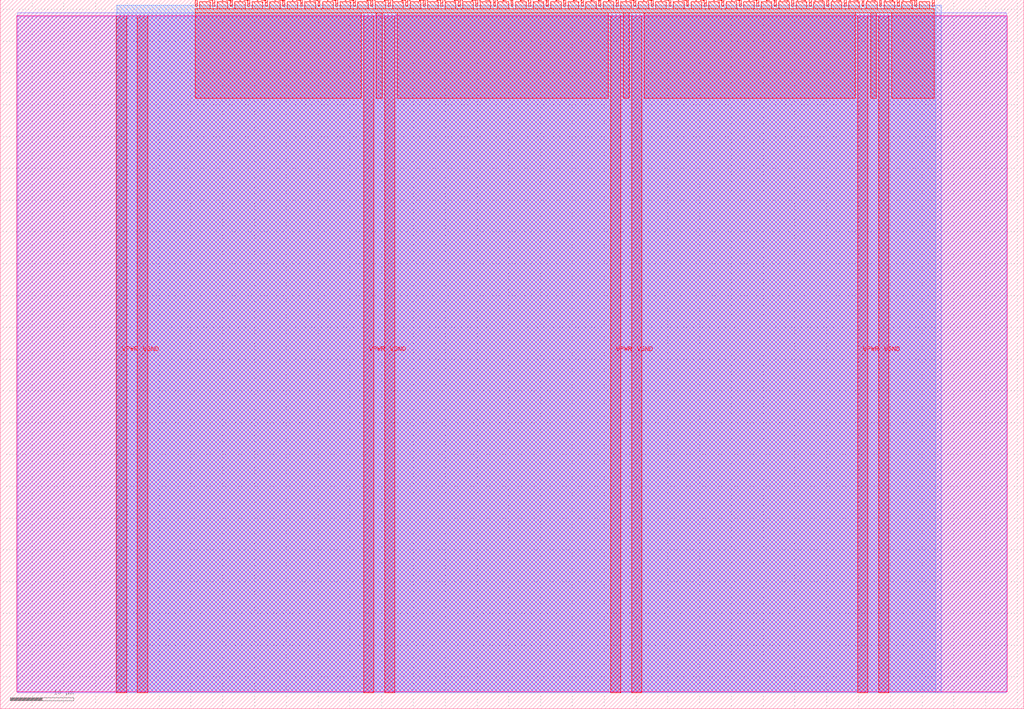
<source format=lef>
VERSION 5.7 ;
  NOWIREEXTENSIONATPIN ON ;
  DIVIDERCHAR "/" ;
  BUSBITCHARS "[]" ;
MACRO tt_um_LFSR_Encrypt
  CLASS BLOCK ;
  FOREIGN tt_um_LFSR_Encrypt ;
  ORIGIN 0.000 0.000 ;
  SIZE 161.000 BY 111.520 ;
  PIN VGND
    DIRECTION INOUT ;
    USE GROUND ;
    PORT
      LAYER met4 ;
        RECT 21.580 2.480 23.180 109.040 ;
    END
    PORT
      LAYER met4 ;
        RECT 60.450 2.480 62.050 109.040 ;
    END
    PORT
      LAYER met4 ;
        RECT 99.320 2.480 100.920 109.040 ;
    END
    PORT
      LAYER met4 ;
        RECT 138.190 2.480 139.790 109.040 ;
    END
  END VGND
  PIN VPWR
    DIRECTION INOUT ;
    USE POWER ;
    PORT
      LAYER met4 ;
        RECT 18.280 2.480 19.880 109.040 ;
    END
    PORT
      LAYER met4 ;
        RECT 57.150 2.480 58.750 109.040 ;
    END
    PORT
      LAYER met4 ;
        RECT 96.020 2.480 97.620 109.040 ;
    END
    PORT
      LAYER met4 ;
        RECT 134.890 2.480 136.490 109.040 ;
    END
  END VPWR
  PIN clk
    DIRECTION INPUT ;
    USE SIGNAL ;
    ANTENNAGATEAREA 0.852000 ;
    PORT
      LAYER met4 ;
        RECT 143.830 110.520 144.130 111.520 ;
    END
  END clk
  PIN ena
    DIRECTION INPUT ;
    USE SIGNAL ;
    ANTENNAGATEAREA 0.159000 ;
    PORT
      LAYER met4 ;
        RECT 146.590 110.520 146.890 111.520 ;
    END
  END ena
  PIN rst_n
    DIRECTION INPUT ;
    USE SIGNAL ;
    ANTENNAGATEAREA 0.213000 ;
    PORT
      LAYER met4 ;
        RECT 141.070 110.520 141.370 111.520 ;
    END
  END rst_n
  PIN ui_in[0]
    DIRECTION INPUT ;
    USE SIGNAL ;
    ANTENNAGATEAREA 0.213000 ;
    PORT
      LAYER met4 ;
        RECT 138.310 110.520 138.610 111.520 ;
    END
  END ui_in[0]
  PIN ui_in[1]
    DIRECTION INPUT ;
    USE SIGNAL ;
    ANTENNAGATEAREA 0.213000 ;
    PORT
      LAYER met4 ;
        RECT 135.550 110.520 135.850 111.520 ;
    END
  END ui_in[1]
  PIN ui_in[2]
    DIRECTION INPUT ;
    USE SIGNAL ;
    ANTENNAGATEAREA 0.213000 ;
    PORT
      LAYER met4 ;
        RECT 132.790 110.520 133.090 111.520 ;
    END
  END ui_in[2]
  PIN ui_in[3]
    DIRECTION INPUT ;
    USE SIGNAL ;
    ANTENNAGATEAREA 0.213000 ;
    PORT
      LAYER met4 ;
        RECT 130.030 110.520 130.330 111.520 ;
    END
  END ui_in[3]
  PIN ui_in[4]
    DIRECTION INPUT ;
    USE SIGNAL ;
    ANTENNAGATEAREA 0.213000 ;
    PORT
      LAYER met4 ;
        RECT 127.270 110.520 127.570 111.520 ;
    END
  END ui_in[4]
  PIN ui_in[5]
    DIRECTION INPUT ;
    USE SIGNAL ;
    ANTENNAGATEAREA 0.213000 ;
    PORT
      LAYER met4 ;
        RECT 124.510 110.520 124.810 111.520 ;
    END
  END ui_in[5]
  PIN ui_in[6]
    DIRECTION INPUT ;
    USE SIGNAL ;
    ANTENNAGATEAREA 0.213000 ;
    PORT
      LAYER met4 ;
        RECT 121.750 110.520 122.050 111.520 ;
    END
  END ui_in[6]
  PIN ui_in[7]
    DIRECTION INPUT ;
    USE SIGNAL ;
    ANTENNAGATEAREA 0.213000 ;
    PORT
      LAYER met4 ;
        RECT 118.990 110.520 119.290 111.520 ;
    END
  END ui_in[7]
  PIN uio_in[0]
    DIRECTION INPUT ;
    USE SIGNAL ;
    PORT
      LAYER met4 ;
        RECT 116.230 110.520 116.530 111.520 ;
    END
  END uio_in[0]
  PIN uio_in[1]
    DIRECTION INPUT ;
    USE SIGNAL ;
    PORT
      LAYER met4 ;
        RECT 113.470 110.520 113.770 111.520 ;
    END
  END uio_in[1]
  PIN uio_in[2]
    DIRECTION INPUT ;
    USE SIGNAL ;
    PORT
      LAYER met4 ;
        RECT 110.710 110.520 111.010 111.520 ;
    END
  END uio_in[2]
  PIN uio_in[3]
    DIRECTION INPUT ;
    USE SIGNAL ;
    PORT
      LAYER met4 ;
        RECT 107.950 110.520 108.250 111.520 ;
    END
  END uio_in[3]
  PIN uio_in[4]
    DIRECTION INPUT ;
    USE SIGNAL ;
    PORT
      LAYER met4 ;
        RECT 105.190 110.520 105.490 111.520 ;
    END
  END uio_in[4]
  PIN uio_in[5]
    DIRECTION INPUT ;
    USE SIGNAL ;
    PORT
      LAYER met4 ;
        RECT 102.430 110.520 102.730 111.520 ;
    END
  END uio_in[5]
  PIN uio_in[6]
    DIRECTION INPUT ;
    USE SIGNAL ;
    PORT
      LAYER met4 ;
        RECT 99.670 110.520 99.970 111.520 ;
    END
  END uio_in[6]
  PIN uio_in[7]
    DIRECTION INPUT ;
    USE SIGNAL ;
    PORT
      LAYER met4 ;
        RECT 96.910 110.520 97.210 111.520 ;
    END
  END uio_in[7]
  PIN uio_oe[0]
    DIRECTION OUTPUT ;
    USE SIGNAL ;
    PORT
      LAYER met4 ;
        RECT 49.990 110.520 50.290 111.520 ;
    END
  END uio_oe[0]
  PIN uio_oe[1]
    DIRECTION OUTPUT ;
    USE SIGNAL ;
    PORT
      LAYER met4 ;
        RECT 47.230 110.520 47.530 111.520 ;
    END
  END uio_oe[1]
  PIN uio_oe[2]
    DIRECTION OUTPUT ;
    USE SIGNAL ;
    PORT
      LAYER met4 ;
        RECT 44.470 110.520 44.770 111.520 ;
    END
  END uio_oe[2]
  PIN uio_oe[3]
    DIRECTION OUTPUT ;
    USE SIGNAL ;
    PORT
      LAYER met4 ;
        RECT 41.710 110.520 42.010 111.520 ;
    END
  END uio_oe[3]
  PIN uio_oe[4]
    DIRECTION OUTPUT ;
    USE SIGNAL ;
    PORT
      LAYER met4 ;
        RECT 38.950 110.520 39.250 111.520 ;
    END
  END uio_oe[4]
  PIN uio_oe[5]
    DIRECTION OUTPUT ;
    USE SIGNAL ;
    PORT
      LAYER met4 ;
        RECT 36.190 110.520 36.490 111.520 ;
    END
  END uio_oe[5]
  PIN uio_oe[6]
    DIRECTION OUTPUT ;
    USE SIGNAL ;
    PORT
      LAYER met4 ;
        RECT 33.430 110.520 33.730 111.520 ;
    END
  END uio_oe[6]
  PIN uio_oe[7]
    DIRECTION OUTPUT ;
    USE SIGNAL ;
    PORT
      LAYER met4 ;
        RECT 30.670 110.520 30.970 111.520 ;
    END
  END uio_oe[7]
  PIN uio_out[0]
    DIRECTION OUTPUT ;
    USE SIGNAL ;
    ANTENNADIFFAREA 0.795200 ;
    PORT
      LAYER met4 ;
        RECT 72.070 110.520 72.370 111.520 ;
    END
  END uio_out[0]
  PIN uio_out[1]
    DIRECTION OUTPUT ;
    USE SIGNAL ;
    ANTENNADIFFAREA 0.795200 ;
    PORT
      LAYER met4 ;
        RECT 69.310 110.520 69.610 111.520 ;
    END
  END uio_out[1]
  PIN uio_out[2]
    DIRECTION OUTPUT ;
    USE SIGNAL ;
    ANTENNADIFFAREA 0.795200 ;
    PORT
      LAYER met4 ;
        RECT 66.550 110.520 66.850 111.520 ;
    END
  END uio_out[2]
  PIN uio_out[3]
    DIRECTION OUTPUT ;
    USE SIGNAL ;
    ANTENNADIFFAREA 0.445500 ;
    PORT
      LAYER met4 ;
        RECT 63.790 110.520 64.090 111.520 ;
    END
  END uio_out[3]
  PIN uio_out[4]
    DIRECTION OUTPUT ;
    USE SIGNAL ;
    ANTENNADIFFAREA 0.445500 ;
    PORT
      LAYER met4 ;
        RECT 61.030 110.520 61.330 111.520 ;
    END
  END uio_out[4]
  PIN uio_out[5]
    DIRECTION OUTPUT ;
    USE SIGNAL ;
    ANTENNADIFFAREA 0.445500 ;
    PORT
      LAYER met4 ;
        RECT 58.270 110.520 58.570 111.520 ;
    END
  END uio_out[5]
  PIN uio_out[6]
    DIRECTION OUTPUT ;
    USE SIGNAL ;
    ANTENNADIFFAREA 0.445500 ;
    PORT
      LAYER met4 ;
        RECT 55.510 110.520 55.810 111.520 ;
    END
  END uio_out[6]
  PIN uio_out[7]
    DIRECTION OUTPUT ;
    USE SIGNAL ;
    ANTENNAGATEAREA 2.601000 ;
    ANTENNADIFFAREA 0.891000 ;
    PORT
      LAYER met4 ;
        RECT 52.750 110.520 53.050 111.520 ;
    END
  END uio_out[7]
  PIN uo_out[0]
    DIRECTION OUTPUT ;
    USE SIGNAL ;
    ANTENNADIFFAREA 1.524450 ;
    PORT
      LAYER met4 ;
        RECT 94.150 110.520 94.450 111.520 ;
    END
  END uo_out[0]
  PIN uo_out[1]
    DIRECTION OUTPUT ;
    USE SIGNAL ;
    ANTENNADIFFAREA 1.524450 ;
    PORT
      LAYER met4 ;
        RECT 91.390 110.520 91.690 111.520 ;
    END
  END uo_out[1]
  PIN uo_out[2]
    DIRECTION OUTPUT ;
    USE SIGNAL ;
    ANTENNADIFFAREA 1.524450 ;
    PORT
      LAYER met4 ;
        RECT 88.630 110.520 88.930 111.520 ;
    END
  END uo_out[2]
  PIN uo_out[3]
    DIRECTION OUTPUT ;
    USE SIGNAL ;
    ANTENNADIFFAREA 1.524450 ;
    PORT
      LAYER met4 ;
        RECT 85.870 110.520 86.170 111.520 ;
    END
  END uo_out[3]
  PIN uo_out[4]
    DIRECTION OUTPUT ;
    USE SIGNAL ;
    ANTENNADIFFAREA 1.524450 ;
    PORT
      LAYER met4 ;
        RECT 83.110 110.520 83.410 111.520 ;
    END
  END uo_out[4]
  PIN uo_out[5]
    DIRECTION OUTPUT ;
    USE SIGNAL ;
    ANTENNADIFFAREA 1.524450 ;
    PORT
      LAYER met4 ;
        RECT 80.350 110.520 80.650 111.520 ;
    END
  END uo_out[5]
  PIN uo_out[6]
    DIRECTION OUTPUT ;
    USE SIGNAL ;
    ANTENNADIFFAREA 1.524450 ;
    PORT
      LAYER met4 ;
        RECT 77.590 110.520 77.890 111.520 ;
    END
  END uo_out[6]
  PIN uo_out[7]
    DIRECTION OUTPUT ;
    USE SIGNAL ;
    ANTENNADIFFAREA 1.524450 ;
    PORT
      LAYER met4 ;
        RECT 74.830 110.520 75.130 111.520 ;
    END
  END uo_out[7]
  OBS
      LAYER nwell ;
        RECT 2.570 2.635 158.430 108.990 ;
      LAYER li1 ;
        RECT 2.760 2.635 158.240 108.885 ;
      LAYER met1 ;
        RECT 2.760 2.480 158.240 109.440 ;
      LAYER met2 ;
        RECT 18.310 2.535 148.020 110.685 ;
      LAYER met3 ;
        RECT 18.290 2.555 147.135 110.665 ;
      LAYER met4 ;
        RECT 31.370 110.120 33.030 111.170 ;
        RECT 34.130 110.120 35.790 111.170 ;
        RECT 36.890 110.120 38.550 111.170 ;
        RECT 39.650 110.120 41.310 111.170 ;
        RECT 42.410 110.120 44.070 111.170 ;
        RECT 45.170 110.120 46.830 111.170 ;
        RECT 47.930 110.120 49.590 111.170 ;
        RECT 50.690 110.120 52.350 111.170 ;
        RECT 53.450 110.120 55.110 111.170 ;
        RECT 56.210 110.120 57.870 111.170 ;
        RECT 58.970 110.120 60.630 111.170 ;
        RECT 61.730 110.120 63.390 111.170 ;
        RECT 64.490 110.120 66.150 111.170 ;
        RECT 67.250 110.120 68.910 111.170 ;
        RECT 70.010 110.120 71.670 111.170 ;
        RECT 72.770 110.120 74.430 111.170 ;
        RECT 75.530 110.120 77.190 111.170 ;
        RECT 78.290 110.120 79.950 111.170 ;
        RECT 81.050 110.120 82.710 111.170 ;
        RECT 83.810 110.120 85.470 111.170 ;
        RECT 86.570 110.120 88.230 111.170 ;
        RECT 89.330 110.120 90.990 111.170 ;
        RECT 92.090 110.120 93.750 111.170 ;
        RECT 94.850 110.120 96.510 111.170 ;
        RECT 97.610 110.120 99.270 111.170 ;
        RECT 100.370 110.120 102.030 111.170 ;
        RECT 103.130 110.120 104.790 111.170 ;
        RECT 105.890 110.120 107.550 111.170 ;
        RECT 108.650 110.120 110.310 111.170 ;
        RECT 111.410 110.120 113.070 111.170 ;
        RECT 114.170 110.120 115.830 111.170 ;
        RECT 116.930 110.120 118.590 111.170 ;
        RECT 119.690 110.120 121.350 111.170 ;
        RECT 122.450 110.120 124.110 111.170 ;
        RECT 125.210 110.120 126.870 111.170 ;
        RECT 127.970 110.120 129.630 111.170 ;
        RECT 130.730 110.120 132.390 111.170 ;
        RECT 133.490 110.120 135.150 111.170 ;
        RECT 136.250 110.120 137.910 111.170 ;
        RECT 139.010 110.120 140.670 111.170 ;
        RECT 141.770 110.120 143.430 111.170 ;
        RECT 144.530 110.120 146.190 111.170 ;
        RECT 30.655 109.440 146.905 110.120 ;
        RECT 30.655 96.055 56.750 109.440 ;
        RECT 59.150 96.055 60.050 109.440 ;
        RECT 62.450 96.055 95.620 109.440 ;
        RECT 98.020 96.055 98.920 109.440 ;
        RECT 101.320 96.055 134.490 109.440 ;
        RECT 136.890 96.055 137.790 109.440 ;
        RECT 140.190 96.055 146.905 109.440 ;
  END
END tt_um_LFSR_Encrypt
END LIBRARY


</source>
